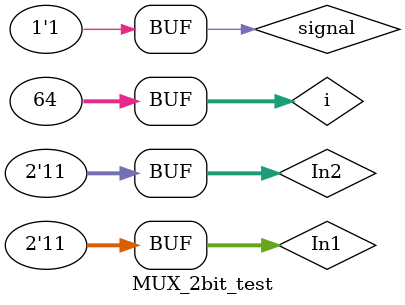
<source format=v>
`timescale 1ns / 1ps


module MUX_2bit_test;

	// Inputs
	reg [1:0] In1;
	reg [1:0] In2;
	reg signal;

	// Outputs
	wire [1:0] out1;

	// Instantiate the Unit Under Test (UUT)
	MUX_2bit uut (
		.In1(In1), 
		.In2(In2), 
		.signal(signal), 
		.out1(out1)
	);
	integer i=0;
	initial begin
		// Initialize Inputs
		In1 = 0;
		In2 = 0;
		signal = 0;
		
		for (i=0; i<64 ; i=i+1) begin
			signal = i[4];
			In2 = i[1:0];
			In1 = i[3:2];
			#100;
		end

	end
      
endmodule


</source>
